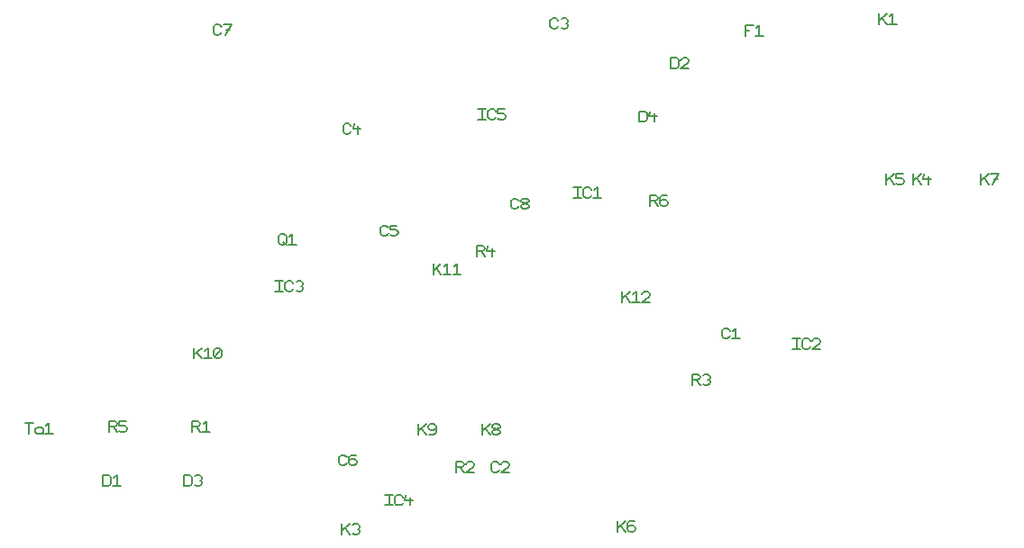
<source format=gto>
%FSLAX35Y35*%
%MOIN*%
%IN32=Bauteilnamenoben(extrainDatei:X.NamesTop)*%
%ADD10C,0.00591*%
%ADD11C,0.00354*%
%ADD12C,0.00443*%
%ADD13C,0.00787*%
%ADD14C,0.00800*%
%ADD15C,0.01181*%
%ADD16C,0.01575*%
%ADD17C,0.01772*%
%ADD18C,0.01969*%
%ADD19C,0.02362*%
%ADD20C,0.03543*%
%ADD21C,0.11811*%
%ADD22C,0.12598*%
%ADD23C,0.14173*%
%AMR_24*21,1,0.01772,0.05118,0,0,270.000*%
%ADD24R_24*%
%AMR_25*21,1,0.01969,0.04724,0,0,90.000*%
%ADD25R_25*%
%AMR_26*21,1,0.02362,0.09843,0,0,180.000*%
%ADD26R_26*%
%AMR_27*21,1,0.03937,0.03937,0,0,180.000*%
%ADD27R_27*%
%AMR_28*21,1,0.03937,0.06299,0,0,90.000*%
%ADD28R_28*%
%AMR_29*21,1,0.03937,0.06299,0,0,270.000*%
%ADD29R_29*%
%AMR_30*21,1,0.04331,0.04331,0,0,0.000*%
%ADD30R_30*%
%AMR_31*21,1,0.04331,0.04331,0,0,180.000*%
%ADD31R_31*%
%AMR_32*21,1,0.04331,0.04331,0,0,270.000*%
%ADD32R_32*%
%AMR_33*21,1,0.05118,0.01772,0,0,270.000*%
%ADD33R_33*%
%AMR_34*21,1,0.05512,0.03937,0,0,0.000*%
%ADD34R_34*%
%AMR_35*21,1,0.05512,0.03937,0,0,180.000*%
%ADD35R_35*%
%AMR_36*21,1,0.05512,0.03937,0,0,270.000*%
%ADD36R_36*%
%AMR_37*21,1,0.05512,0.05512,0,0,180.000*%
%ADD37R_37*%
%AMR_38*21,1,0.05512,0.05512,0,0,270.000*%
%ADD38R_38*%
%AMR_39*21,1,0.05906,0.05906,0,0,0.000*%
%ADD39R_39*%
%AMR_40*21,1,0.06299,0.03937,0,0,0.000*%
%ADD40R_40*%
%AMR_41*21,1,0.06299,0.03937,0,0,180.000*%
%ADD41R_41*%
%AMR_42*21,1,0.06299,0.03937,0,0,270.000*%
%ADD42R_42*%
%AMR_43*21,1,0.07087,0.07087,0,0,0.000*%
%ADD43R_43*%
%AMR_44*21,1,0.07087,0.07087,0,0,90.000*%
%ADD44R_44*%
%AMR_45*21,1,0.07874,0.06299,0,0,90.000*%
%ADD45R_45*%
%AMR_46*21,1,0.07874,0.09843,0,0,180.000*%
%ADD46R_46*%
%AMR_47*21,1,0.08661,0.04724,0,0,0.000*%
%ADD47R_47*%
%AMR_48*21,1,0.19685,0.18750,0,0,0.000*%
%ADD48R_48*%
%AMR_49*21,1,0.19685,0.19685,0,0,0.000*%
%ADD49R_49*%
%AMR_50*21,1,0.23622,0.23622,0,0,0.000*%
%ADD50R_50*%
%AMOCT_51*4,1,8,0.029528,0.014764,0.014764,0.029528,-0.014764,0.029528,-0.029528,0.014764,-0.029528,-0.014764,-0.014764,-0.029528,0.014764,-0.029528,0.029528,-0.014764,0.029528,0.014764,270.000*%
%ADD51OCT_51*%
%AMOCT_52*4,1,8,0.031496,0.015748,0.015748,0.031496,-0.015748,0.031496,-0.031496,0.015748,-0.031496,-0.015748,-0.015748,-0.031496,0.015748,-0.031496,0.031496,-0.015748,0.031496,0.015748,90.000*%
%ADD52OCT_52*%
%AMOCT_53*4,1,8,0.039370,0.019685,0.019685,0.039370,-0.019685,0.039370,-0.039370,0.019685,-0.039370,-0.019685,-0.019685,-0.039370,0.019685,-0.039370,0.039370,-0.019685,0.039370,0.019685,180.000*%
%ADD53OCT_53*%
G54D10*
X108750Y97500D02*
X111702Y97500D01*
X110226Y97500D02*
X110226Y101437D01*
X108750Y101437D02*
X111702Y101437D01*
X114256Y97500D02*
X114995Y97828D01*
X115364Y98484D01*
X114256Y97500D02*
X113518Y97500D01*
X112780Y97828D01*
X112411Y98484D01*
X112411Y100452D01*
X112780Y101108D01*
X113518Y101437D01*
X114256Y101437D01*
X114995Y101108D01*
X115364Y100452D01*
X116441Y101108D02*
X117180Y101437D01*
X117918Y101437D01*
X118656Y101108D01*
X119025Y100452D01*
X119025Y100124D01*
X118656Y99468D01*
X116441Y97828D02*
X117180Y97500D01*
X117918Y97500D01*
X118656Y97828D01*
X119025Y98484D01*
X119025Y98812D01*
X118656Y99468D01*
X118287Y99468D02*
X118656Y99468D01*
X149369Y118110D02*
X150107Y118438D01*
X150476Y119094D01*
X149369Y118110D02*
X148630Y118110D01*
X147892Y118438D01*
X147523Y119094D01*
X147523Y121062D01*
X147892Y121719D01*
X148630Y122047D01*
X149369Y122047D01*
X150107Y121719D01*
X150476Y121062D01*
X151185Y118438D02*
X151923Y118110D01*
X153030Y118110D01*
X153768Y118438D01*
X154137Y119094D01*
X154137Y119422D01*
X153768Y120078D01*
X153030Y120406D01*
X151185Y120406D01*
X151185Y122047D01*
X153768Y122047D01*
X134044Y33110D02*
X134782Y33438D01*
X135151Y34094D01*
X134044Y33110D02*
X133306Y33110D01*
X132567Y33438D01*
X132198Y34094D01*
X132198Y36062D01*
X132567Y36719D01*
X133306Y37047D01*
X134044Y37047D01*
X134782Y36719D01*
X135151Y36062D01*
X138443Y37047D02*
X136967Y37047D01*
X136229Y36719D01*
X135860Y36062D01*
X135860Y34094D01*
X136229Y33438D01*
X136967Y33110D01*
X137705Y33110D01*
X138443Y33438D01*
X138812Y34094D01*
X138812Y34422D01*
X138443Y35078D01*
X137705Y35406D01*
X136967Y35406D01*
X136229Y35078D01*
X135860Y34422D01*
X175596Y34389D02*
X175596Y30452D01*
X175596Y32421D02*
X177441Y32421D01*
X178180Y32749D01*
X178549Y33405D01*
X178180Y34061D01*
X177441Y34389D01*
X175596Y34389D01*
X177072Y32421D02*
X178549Y30452D01*
X182210Y30452D02*
X179257Y30452D01*
X179626Y34061D02*
X180365Y34389D01*
X181103Y34389D01*
X181841Y34061D01*
X182210Y33405D01*
X182210Y33077D01*
X181841Y32421D01*
X179257Y30452D02*
X181841Y32421D01*
X179626Y34061D02*
X179257Y33405D01*
X149312Y18390D02*
X152265Y18390D01*
X150789Y18390D02*
X150789Y22327D01*
X149312Y22327D02*
X152265Y22327D01*
X154819Y18390D02*
X155557Y18718D01*
X155926Y19374D01*
X154819Y18390D02*
X154081Y18390D01*
X153343Y18718D01*
X152974Y19374D01*
X152974Y21343D01*
X153343Y21999D01*
X154081Y22327D01*
X154819Y22327D01*
X155557Y21999D01*
X155926Y21343D01*
X157004Y22327D02*
X156635Y20358D01*
X159588Y20358D01*
X158480Y21343D02*
X158480Y18390D01*
X183750Y161250D02*
X186702Y161250D01*
X185226Y161250D02*
X185226Y165187D01*
X183750Y165187D02*
X186702Y165187D01*
X189256Y161250D02*
X189995Y161578D01*
X190364Y162234D01*
X189256Y161250D02*
X188518Y161250D01*
X187780Y161578D01*
X187411Y162234D01*
X187411Y164202D01*
X187780Y164858D01*
X188518Y165187D01*
X189256Y165187D01*
X189995Y164858D01*
X190364Y164202D01*
X191072Y161578D02*
X191811Y161250D01*
X192918Y161250D01*
X193656Y161578D01*
X194025Y162234D01*
X194025Y162562D01*
X193656Y163218D01*
X192918Y163546D01*
X191072Y163546D01*
X191072Y165187D01*
X193656Y165187D01*
X135652Y155974D02*
X136390Y156302D01*
X136759Y156958D01*
X135652Y155974D02*
X134914Y155974D01*
X134176Y156302D01*
X133807Y156958D01*
X133807Y158927D01*
X134176Y159583D01*
X134914Y159911D01*
X135652Y159911D01*
X136390Y159583D01*
X136759Y158927D01*
X137837Y159911D02*
X137468Y157942D01*
X140421Y157942D01*
X139313Y158927D02*
X139313Y155974D01*
X255078Y184281D02*
X255078Y180344D01*
X256924Y180344D01*
X257662Y180672D01*
X258031Y181328D01*
X258031Y183297D01*
X257662Y183953D01*
X256924Y184281D01*
X255078Y184281D01*
X261692Y180344D02*
X258740Y180344D01*
X259109Y183953D02*
X259847Y184281D01*
X260585Y184281D01*
X261323Y183953D01*
X261692Y183297D01*
X261692Y182969D01*
X261323Y182312D01*
X258740Y180344D02*
X261323Y182312D01*
X259109Y183953D02*
X258740Y183297D01*
X47316Y49547D02*
X47316Y45610D01*
X47316Y47578D02*
X49162Y47578D01*
X49900Y47906D01*
X50269Y48562D01*
X49900Y49219D01*
X49162Y49547D01*
X47316Y49547D01*
X48793Y47578D02*
X50269Y45610D01*
X50978Y45938D02*
X51716Y45610D01*
X52823Y45610D01*
X53562Y45938D01*
X53931Y46594D01*
X53931Y46922D01*
X53562Y47578D01*
X52823Y47906D01*
X50978Y47906D01*
X50978Y49547D01*
X53562Y49547D01*
X282618Y196062D02*
X282618Y192125D01*
X282618Y196062D02*
X285570Y196062D01*
X282618Y194094D02*
X284094Y194094D01*
X286279Y192125D02*
X289232Y192125D01*
X287755Y192125D02*
X287755Y196062D01*
X286648Y195078D02*
X287755Y196062D01*
X87672Y192500D02*
X88410Y192828D01*
X88779Y193484D01*
X87672Y192500D02*
X86934Y192500D01*
X86195Y192828D01*
X85826Y193484D01*
X85826Y195452D01*
X86195Y196108D01*
X86934Y196437D01*
X87672Y196437D01*
X88410Y196108D01*
X88779Y195452D01*
X90226Y192500D02*
X92440Y196437D01*
X89488Y196437D01*
X92071Y194468D02*
X90595Y194468D01*
X212258Y195000D02*
X212997Y195328D01*
X213366Y195984D01*
X212258Y195000D02*
X211520Y195000D01*
X210782Y195328D01*
X210413Y195984D01*
X210413Y197952D01*
X210782Y198608D01*
X211520Y198937D01*
X212258Y198937D01*
X212997Y198608D01*
X213366Y197952D01*
X214443Y198608D02*
X215182Y198937D01*
X215920Y198937D01*
X216658Y198608D01*
X217027Y197952D01*
X217027Y197624D01*
X216658Y196968D01*
X214443Y195328D02*
X215182Y195000D01*
X215920Y195000D01*
X216658Y195328D01*
X217027Y195984D01*
X217027Y196312D01*
X216658Y196968D01*
X216289Y196968D02*
X216658Y196968D01*
X133336Y11624D02*
X133336Y7687D01*
X133336Y8999D02*
X136289Y11624D01*
X134443Y9983D02*
X136289Y7687D01*
X137367Y11295D02*
X138105Y11624D01*
X138843Y11624D01*
X139581Y11295D01*
X139950Y10639D01*
X139950Y10311D01*
X139581Y9655D01*
X137367Y8015D02*
X138105Y7687D01*
X138843Y7687D01*
X139581Y8015D01*
X139950Y8671D01*
X139950Y8999D01*
X139581Y9655D01*
X139212Y9655D02*
X139581Y9655D01*
X331874Y200511D02*
X331874Y196574D01*
X331874Y197887D02*
X334826Y200511D01*
X332981Y198871D02*
X334826Y196574D01*
X335535Y196574D02*
X338488Y196574D01*
X337011Y196574D02*
X337011Y200511D01*
X335904Y199527D02*
X337011Y200511D01*
X344700Y141137D02*
X344700Y137200D01*
X344700Y138513D02*
X347653Y141137D01*
X345808Y139497D02*
X347653Y137200D01*
X348731Y141137D02*
X348362Y139169D01*
X351314Y139169D01*
X350207Y140153D02*
X350207Y137200D01*
X334700Y141137D02*
X334700Y137200D01*
X334700Y138513D02*
X337653Y141137D01*
X335808Y139497D02*
X337653Y137200D01*
X338362Y137528D02*
X339100Y137200D01*
X340207Y137200D01*
X340945Y137528D01*
X341314Y138185D01*
X341314Y138513D01*
X340945Y139169D01*
X340207Y139497D01*
X338362Y139497D01*
X338362Y141137D01*
X340945Y141137D01*
X369700Y141137D02*
X369700Y137200D01*
X369700Y138513D02*
X372653Y141137D01*
X370808Y139497D02*
X372653Y137200D01*
X374100Y137200D02*
X376314Y141137D01*
X373362Y141137D01*
X375945Y139169D02*
X374469Y139169D01*
X44980Y29655D02*
X44980Y25718D01*
X46825Y25718D01*
X47563Y26046D01*
X47933Y26702D01*
X47933Y28671D01*
X47563Y29327D01*
X46825Y29655D01*
X44980Y29655D01*
X48641Y25718D02*
X51594Y25718D01*
X50118Y25718D02*
X50118Y29655D01*
X49010Y28671D02*
X50118Y29655D01*
X74980Y29655D02*
X74980Y25718D01*
X76825Y25718D01*
X77563Y26046D01*
X77933Y26702D01*
X77933Y28671D01*
X77563Y29327D01*
X76825Y29655D01*
X74980Y29655D01*
X79010Y29327D02*
X79749Y29655D01*
X80487Y29655D01*
X81225Y29327D01*
X81594Y28671D01*
X81594Y28343D01*
X81225Y27687D01*
X79010Y26046D02*
X79749Y25718D01*
X80487Y25718D01*
X81225Y26046D01*
X81594Y26702D01*
X81594Y27030D01*
X81225Y27687D01*
X80856Y27687D02*
X81225Y27687D01*
X78096Y49389D02*
X78096Y45452D01*
X78096Y47421D02*
X79941Y47421D01*
X80680Y47749D01*
X81049Y48405D01*
X80680Y49061D01*
X79941Y49389D01*
X78096Y49389D01*
X79572Y47421D02*
X81049Y45452D01*
X81757Y45452D02*
X84710Y45452D01*
X83234Y45452D02*
X83234Y49389D01*
X82126Y48405D02*
X83234Y49389D01*
X247316Y133297D02*
X247316Y129360D01*
X247316Y131328D02*
X249162Y131328D01*
X249900Y131656D01*
X250269Y132312D01*
X249900Y132969D01*
X249162Y133297D01*
X247316Y133297D01*
X248793Y131328D02*
X250269Y129360D01*
X253562Y133297D02*
X252085Y133297D01*
X251347Y132969D01*
X250978Y132312D01*
X250978Y130344D01*
X251347Y129688D01*
X252085Y129360D01*
X252823Y129360D01*
X253562Y129688D01*
X253931Y130344D01*
X253931Y130672D01*
X253562Y131328D01*
X252823Y131656D01*
X252085Y131656D01*
X251347Y131328D01*
X250978Y130672D01*
X219015Y132312D02*
X221968Y132312D01*
X220492Y132312D02*
X220492Y136250D01*
X219015Y136250D02*
X221968Y136250D01*
X224522Y132312D02*
X225260Y132641D01*
X225629Y133297D01*
X224522Y132312D02*
X223784Y132312D01*
X223046Y132641D01*
X222677Y133297D01*
X222677Y135265D01*
X223046Y135921D01*
X223784Y136250D01*
X224522Y136250D01*
X225260Y135921D01*
X225629Y135265D01*
X226338Y132312D02*
X229291Y132312D01*
X227814Y132312D02*
X227814Y136250D01*
X226707Y135265D02*
X227814Y136250D01*
X275715Y80088D02*
X276453Y80416D01*
X276822Y81072D01*
X275715Y80088D02*
X274977Y80088D01*
X274239Y80416D01*
X273870Y81072D01*
X273870Y83041D01*
X274239Y83697D01*
X274977Y84025D01*
X275715Y84025D01*
X276453Y83697D01*
X276822Y83041D01*
X277531Y80088D02*
X280484Y80088D01*
X279007Y80088D02*
X279007Y84025D01*
X277900Y83041D02*
X279007Y84025D01*
X262860Y66889D02*
X262860Y62952D01*
X262860Y64921D02*
X264705Y64921D01*
X265443Y65249D01*
X265812Y65905D01*
X265443Y66561D01*
X264705Y66889D01*
X262860Y66889D01*
X264336Y64921D02*
X265812Y62952D01*
X266890Y66561D02*
X267628Y66889D01*
X268367Y66889D01*
X269105Y66561D01*
X269474Y65905D01*
X269474Y65577D01*
X269105Y64921D01*
X266890Y63280D02*
X267628Y62952D01*
X268367Y62952D01*
X269105Y63280D01*
X269474Y63937D01*
X269474Y64265D01*
X269105Y64921D01*
X268736Y64921D02*
X269105Y64921D01*
X300000Y76250D02*
X302952Y76250D01*
X301476Y76250D02*
X301476Y80187D01*
X300000Y80187D02*
X302952Y80187D01*
X305506Y76250D02*
X306245Y76578D01*
X306614Y77234D01*
X305506Y76250D02*
X304768Y76250D01*
X304030Y76578D01*
X303661Y77234D01*
X303661Y79202D01*
X304030Y79858D01*
X304768Y80187D01*
X305506Y80187D01*
X306245Y79858D01*
X306614Y79202D01*
X310275Y76250D02*
X307322Y76250D01*
X307691Y79858D02*
X308430Y80187D01*
X309168Y80187D01*
X309906Y79858D01*
X310275Y79202D01*
X310275Y78874D01*
X309906Y78218D01*
X307322Y76250D02*
X309906Y78218D01*
X307691Y79858D02*
X307322Y79202D01*
X235299Y12612D02*
X235299Y8675D01*
X235299Y9987D02*
X238251Y12612D01*
X236406Y10971D02*
X238251Y8675D01*
X241544Y12612D02*
X240067Y12612D01*
X239329Y12284D01*
X238960Y11627D01*
X238960Y9659D01*
X239329Y9003D01*
X240067Y8675D01*
X240806Y8675D01*
X241544Y9003D01*
X241913Y9659D01*
X241913Y9987D01*
X241544Y10643D01*
X240806Y10971D01*
X240067Y10971D01*
X239329Y10643D01*
X238960Y9987D01*
X190412Y30610D02*
X191150Y30938D01*
X191519Y31594D01*
X190412Y30610D02*
X189674Y30610D01*
X188936Y30938D01*
X188566Y31594D01*
X188566Y33562D01*
X188936Y34219D01*
X189674Y34547D01*
X190412Y34547D01*
X191150Y34219D01*
X191519Y33562D01*
X195181Y30610D02*
X192228Y30610D01*
X192597Y34219D02*
X193335Y34547D01*
X194073Y34547D01*
X194812Y34219D01*
X195181Y33562D01*
X195181Y33234D01*
X194812Y32578D01*
X192228Y30610D02*
X194812Y32578D01*
X192597Y34219D02*
X192228Y33562D01*
X183330Y114547D02*
X183330Y110610D01*
X183330Y112578D02*
X185176Y112578D01*
X185914Y112906D01*
X186283Y113562D01*
X185914Y114219D01*
X185176Y114547D01*
X183330Y114547D01*
X184807Y112578D02*
X186283Y110610D01*
X187361Y114547D02*
X186992Y112578D01*
X189944Y112578D01*
X188837Y113562D02*
X188837Y110610D01*
X111008Y118937D02*
X110270Y118608D01*
X109901Y117952D01*
X109901Y115984D01*
X110270Y115328D01*
X111008Y115000D01*
X111747Y115000D01*
X112485Y115328D01*
X112854Y115984D01*
X112854Y117952D01*
X112485Y118608D01*
X111747Y118937D01*
X111008Y118937D01*
X111747Y115984D02*
X112854Y115000D01*
X113562Y115000D02*
X116515Y115000D01*
X115039Y115000D02*
X115039Y118937D01*
X113932Y117952D02*
X115039Y118937D01*
X16250Y48937D02*
X19202Y48937D01*
X17726Y48937D02*
X17726Y45000D01*
X19911Y45656D02*
X20649Y45000D01*
X22125Y45000D01*
X22864Y45656D01*
X19911Y45656D02*
X19911Y46640D01*
X20649Y47296D01*
X22125Y47296D01*
X22864Y46640D01*
X22864Y45000D01*
X23572Y45000D02*
X26525Y45000D01*
X25049Y45000D02*
X25049Y48937D01*
X23941Y47952D02*
X25049Y48937D01*
X185175Y48503D02*
X185175Y44566D01*
X185175Y45879D02*
X188127Y48503D01*
X186282Y46863D02*
X188127Y44566D01*
X188836Y45223D02*
X189574Y44566D01*
X191051Y44566D01*
X191789Y45223D01*
X191789Y45879D01*
X188836Y47191D01*
X188836Y47847D01*
X189574Y48503D01*
X191051Y48503D01*
X191789Y47847D01*
X191789Y47191D01*
X188836Y45879D01*
X188836Y45223D01*
X161553Y48503D02*
X161553Y44566D01*
X161553Y45879D02*
X164505Y48503D01*
X162660Y46863D02*
X164505Y44566D01*
X165583Y44566D02*
X167060Y44566D01*
X167798Y44895D01*
X168167Y45551D01*
X168167Y47519D01*
X167798Y48175D01*
X167060Y48503D01*
X166321Y48503D01*
X165583Y48175D01*
X165214Y47519D01*
X165214Y47191D01*
X165583Y46535D01*
X166321Y46207D01*
X167060Y46207D01*
X167798Y46535D01*
X168167Y47191D01*
X78653Y76683D02*
X78653Y72746D01*
X78653Y74058D02*
X81606Y76683D01*
X79760Y75042D02*
X81606Y72746D01*
X82314Y72746D02*
X85267Y72746D01*
X83791Y72746D02*
X83791Y76683D01*
X82684Y75698D02*
X83791Y76683D01*
X87083Y76683D02*
X86345Y76354D01*
X85976Y75698D01*
X85976Y73730D01*
X86345Y73074D01*
X87083Y72746D01*
X87821Y72746D01*
X88560Y73074D01*
X88929Y73730D01*
X88929Y75698D01*
X88560Y76354D01*
X87821Y76683D01*
X87083Y76683D01*
X86345Y73074D02*
X88560Y76354D01*
X167127Y107746D02*
X167127Y103809D01*
X167127Y105121D02*
X170080Y107746D01*
X168235Y106105D02*
X170080Y103809D01*
X170789Y103809D02*
X173742Y103809D01*
X172265Y103809D02*
X172265Y107746D01*
X171158Y106761D02*
X172265Y107746D01*
X174450Y103809D02*
X177403Y103809D01*
X175927Y103809D02*
X175927Y107746D01*
X174819Y106761D02*
X175927Y107746D01*
X237070Y97612D02*
X237070Y93675D01*
X237070Y94987D02*
X240023Y97612D01*
X238178Y95971D02*
X240023Y93675D01*
X240732Y93675D02*
X243685Y93675D01*
X242208Y93675D02*
X242208Y97612D01*
X241101Y96627D02*
X242208Y97612D01*
X247346Y93675D02*
X244393Y93675D01*
X244762Y97284D02*
X245500Y97612D01*
X246239Y97612D01*
X246977Y97284D01*
X247346Y96627D01*
X247346Y96299D01*
X246977Y95643D01*
X244393Y93675D02*
X246977Y95643D01*
X244762Y97284D02*
X244393Y96627D01*
X197676Y128110D02*
X198414Y128438D01*
X198783Y129094D01*
X197676Y128110D02*
X196937Y128110D01*
X196199Y128438D01*
X195830Y129094D01*
X195830Y131062D01*
X196199Y131719D01*
X196937Y132047D01*
X197676Y132047D01*
X198414Y131719D01*
X198783Y131062D01*
X199492Y128766D02*
X200230Y128110D01*
X201706Y128110D01*
X202444Y128766D01*
X202444Y129422D01*
X199492Y130734D01*
X199492Y131391D01*
X200230Y132047D01*
X201706Y132047D01*
X202444Y131391D01*
X202444Y130734D01*
X199492Y129422D01*
X199492Y128766D01*
X243307Y164377D02*
X243307Y160440D01*
X245152Y160440D01*
X245890Y160769D01*
X246259Y161425D01*
X246259Y163393D01*
X245890Y164049D01*
X245152Y164377D01*
X243307Y164377D01*
X247337Y164377D02*
X246968Y162409D01*
X249921Y162409D01*
X248813Y163393D02*
X248813Y160440D01*
M02*

</source>
